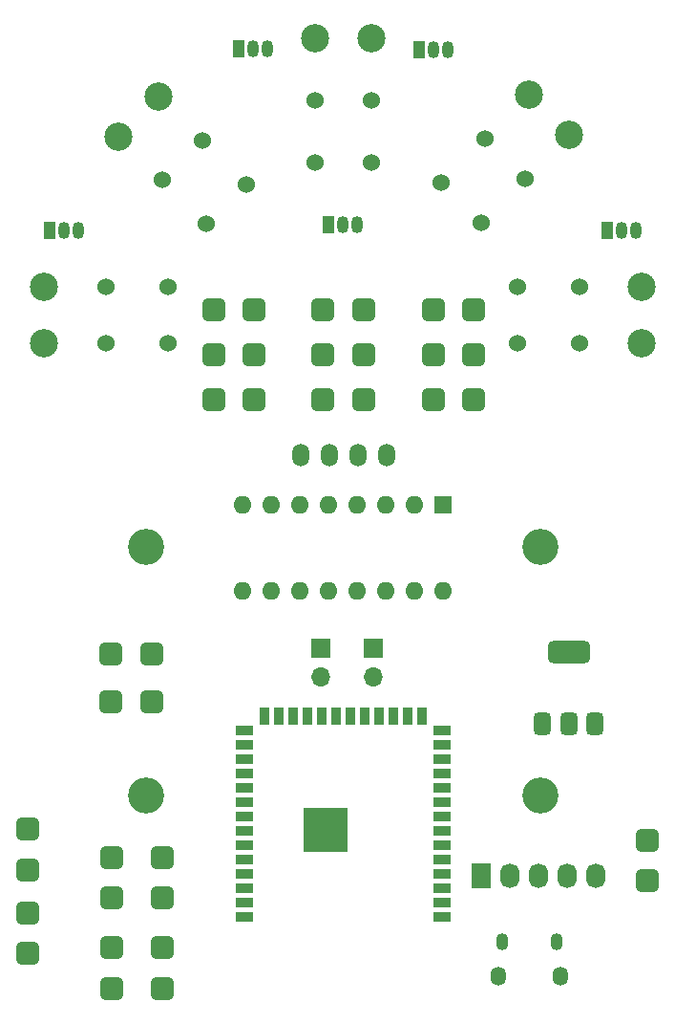
<source format=gbs>
G04 #@! TF.GenerationSoftware,KiCad,Pcbnew,8.0.6-8.0.6-0~ubuntu24.04.1*
G04 #@! TF.CreationDate,2024-10-30T09:28:35+01:00*
G04 #@! TF.ProjectId,micromouse_pcb,6d696372-6f6d-46f7-9573-655f7063622e,rev?*
G04 #@! TF.SameCoordinates,Original*
G04 #@! TF.FileFunction,Soldermask,Bot*
G04 #@! TF.FilePolarity,Negative*
%FSLAX46Y46*%
G04 Gerber Fmt 4.6, Leading zero omitted, Abs format (unit mm)*
G04 Created by KiCad (PCBNEW 8.0.6-8.0.6-0~ubuntu24.04.1) date 2024-10-30 09:28:35*
%MOMM*%
%LPD*%
G01*
G04 APERTURE LIST*
G04 Aperture macros list*
%AMRoundRect*
0 Rectangle with rounded corners*
0 $1 Rounding radius*
0 $2 $3 $4 $5 $6 $7 $8 $9 X,Y pos of 4 corners*
0 Add a 4 corners polygon primitive as box body*
4,1,4,$2,$3,$4,$5,$6,$7,$8,$9,$2,$3,0*
0 Add four circle primitives for the rounded corners*
1,1,$1+$1,$2,$3*
1,1,$1+$1,$4,$5*
1,1,$1+$1,$6,$7*
1,1,$1+$1,$8,$9*
0 Add four rect primitives between the rounded corners*
20,1,$1+$1,$2,$3,$4,$5,0*
20,1,$1+$1,$4,$5,$6,$7,0*
20,1,$1+$1,$6,$7,$8,$9,0*
20,1,$1+$1,$8,$9,$2,$3,0*%
G04 Aperture macros list end*
%ADD10C,1.524000*%
%ADD11C,2.500000*%
%ADD12R,1.050000X1.500000*%
%ADD13O,1.050000X1.500000*%
%ADD14C,3.200000*%
%ADD15O,1.524000X2.000000*%
%ADD16R,1.600000X1.600000*%
%ADD17O,1.600000X1.600000*%
%ADD18O,1.350000X1.700000*%
%ADD19O,1.100000X1.500000*%
%ADD20R,1.700000X2.200000*%
%ADD21O,1.700000X2.200000*%
%ADD22O,1.700000X1.700000*%
%ADD23R,1.700000X1.700000*%
%ADD24RoundRect,0.384616X0.615384X-0.615384X0.615384X0.615384X-0.615384X0.615384X-0.615384X-0.615384X0*%
%ADD25RoundRect,0.384616X0.615384X0.615384X-0.615384X0.615384X-0.615384X-0.615384X0.615384X-0.615384X0*%
%ADD26RoundRect,0.384616X-0.615384X0.615384X-0.615384X-0.615384X0.615384X-0.615384X0.615384X0.615384X0*%
%ADD27R,1.500000X0.900000*%
%ADD28R,0.900000X1.500000*%
%ADD29C,1.500000*%
%ADD30C,2.000000*%
%ADD31R,3.900000X3.900000*%
%ADD32RoundRect,0.375000X0.375000X-0.625000X0.375000X0.625000X-0.375000X0.625000X-0.375000X-0.625000X0*%
%ADD33RoundRect,0.500000X1.400000X-0.500000X1.400000X0.500000X-1.400000X0.500000X-1.400000X-0.500000X0*%
G04 APERTURE END LIST*
D10*
X165500000Y-91000000D03*
X165500000Y-86000000D03*
X171000000Y-91000000D03*
X171000000Y-86000000D03*
D11*
X176500000Y-91000000D03*
X176500000Y-86000000D03*
D12*
X140730000Y-64860000D03*
D13*
X142000000Y-64860000D03*
X143270000Y-64860000D03*
D12*
X148730000Y-80500000D03*
D13*
X150000000Y-80500000D03*
X151270000Y-80500000D03*
D12*
X156730000Y-65000000D03*
D13*
X158000000Y-65000000D03*
X159270000Y-65000000D03*
D10*
X134500000Y-86000000D03*
X134500000Y-91000000D03*
X129000000Y-86000000D03*
X129000000Y-91000000D03*
D11*
X123500000Y-86000000D03*
X123500000Y-91000000D03*
D14*
X167500000Y-109000000D03*
D15*
X146220000Y-100875000D03*
X148760000Y-100875000D03*
X151300000Y-100875000D03*
X153840000Y-100875000D03*
D10*
X152500000Y-75000000D03*
X147500000Y-75000000D03*
X152500000Y-69500000D03*
X147500000Y-69500000D03*
D11*
X152500000Y-64000000D03*
X147500000Y-64000000D03*
D14*
X132500000Y-131000000D03*
X167500000Y-131000000D03*
D10*
X162221825Y-80313708D03*
X158686291Y-76778174D03*
X166110912Y-76424621D03*
X162575378Y-72889087D03*
D11*
X170000000Y-72535533D03*
X166464466Y-69000000D03*
D16*
X158875000Y-105300000D03*
D17*
X156335000Y-105300000D03*
X153795000Y-105300000D03*
X151255000Y-105300000D03*
X148715000Y-105300000D03*
X146175000Y-105300000D03*
X143635000Y-105300000D03*
X141095000Y-105300000D03*
X141095000Y-112920000D03*
X143635000Y-112920000D03*
X146175000Y-112920000D03*
X148715000Y-112920000D03*
X151255000Y-112920000D03*
X153795000Y-112920000D03*
X156335000Y-112920000D03*
X158875000Y-112920000D03*
D18*
X163780000Y-147005000D03*
D19*
X164090000Y-144005000D03*
X168930000Y-144005000D03*
D18*
X169240000Y-147005000D03*
D12*
X123960000Y-81000000D03*
D13*
X125230000Y-81000000D03*
X126500000Y-81000000D03*
D14*
X132500000Y-109000000D03*
D12*
X173460000Y-81000000D03*
D13*
X174730000Y-81000000D03*
X176000000Y-81000000D03*
D20*
X162275000Y-138100000D03*
D21*
X164815000Y-138100000D03*
X167355000Y-138100000D03*
X169895000Y-138100000D03*
X172435000Y-138100000D03*
D22*
X148000000Y-120500000D03*
D23*
X148000000Y-117960000D03*
X152650000Y-117960000D03*
D22*
X152650000Y-120500000D03*
D10*
X141389087Y-76889087D03*
X137853553Y-80424621D03*
X137500000Y-73000000D03*
X133964466Y-76535534D03*
D11*
X133610912Y-69110912D03*
X130075379Y-72646446D03*
D24*
X129500000Y-140100000D03*
X129500000Y-136500000D03*
D25*
X142100000Y-88000000D03*
X138500000Y-88000000D03*
D26*
X129500000Y-144500000D03*
X129500000Y-148100000D03*
X134000000Y-144500000D03*
X134000000Y-148100000D03*
D25*
X151800000Y-92000000D03*
X148200000Y-92000000D03*
X133000000Y-118500000D03*
X129400000Y-118500000D03*
X161600000Y-88000000D03*
X158000000Y-88000000D03*
X142100000Y-96000000D03*
X138500000Y-96000000D03*
X142100000Y-92000000D03*
X138500000Y-92000000D03*
D24*
X177000000Y-138600000D03*
X177000000Y-135000000D03*
D25*
X161600000Y-96000000D03*
X158000000Y-96000000D03*
D27*
X141235000Y-141770000D03*
X141235000Y-140500000D03*
X141235000Y-139230000D03*
X141235000Y-137960000D03*
X141235000Y-136690000D03*
X141235000Y-135420000D03*
X141235000Y-134150000D03*
X141235000Y-132880000D03*
X141235000Y-131610000D03*
X141235000Y-130340000D03*
X141235000Y-129070000D03*
X141235000Y-127800000D03*
X141235000Y-126530000D03*
X141235000Y-125260000D03*
D28*
X143000000Y-124010000D03*
X144270000Y-124010000D03*
X145540000Y-124010000D03*
X146810000Y-124010000D03*
X148080000Y-124010000D03*
X149350000Y-124010000D03*
X150620000Y-124010000D03*
X151890000Y-124010000D03*
X153160000Y-124010000D03*
X154430000Y-124010000D03*
X155700000Y-124010000D03*
X156970000Y-124010000D03*
D27*
X158735000Y-125260000D03*
X158735000Y-126530000D03*
X158735000Y-127800000D03*
X158735000Y-129070000D03*
X158735000Y-130340000D03*
X158735000Y-131610000D03*
X158735000Y-132880000D03*
X158735000Y-134150000D03*
X158735000Y-135420000D03*
X158735000Y-136690000D03*
X158735000Y-137960000D03*
X158735000Y-139230000D03*
X158735000Y-140500000D03*
X158735000Y-141770000D03*
D29*
X147485000Y-135010000D03*
D30*
X147735000Y-133260000D03*
D31*
X148485000Y-134050000D03*
D30*
X149235000Y-134760000D03*
D29*
X149485000Y-133010000D03*
D25*
X151800000Y-96000000D03*
X148200000Y-96000000D03*
D26*
X122000000Y-134000000D03*
X122000000Y-137600000D03*
D24*
X122000000Y-145000000D03*
X122000000Y-141400000D03*
D32*
X172300000Y-124650000D03*
X170000000Y-124650000D03*
D33*
X170000000Y-118350000D03*
D32*
X167700000Y-124650000D03*
D25*
X133000000Y-122750000D03*
X129400000Y-122750000D03*
X151800000Y-88000000D03*
X148200000Y-88000000D03*
D24*
X134000000Y-140100000D03*
X134000000Y-136500000D03*
D25*
X161600000Y-92000000D03*
X158000000Y-92000000D03*
M02*

</source>
